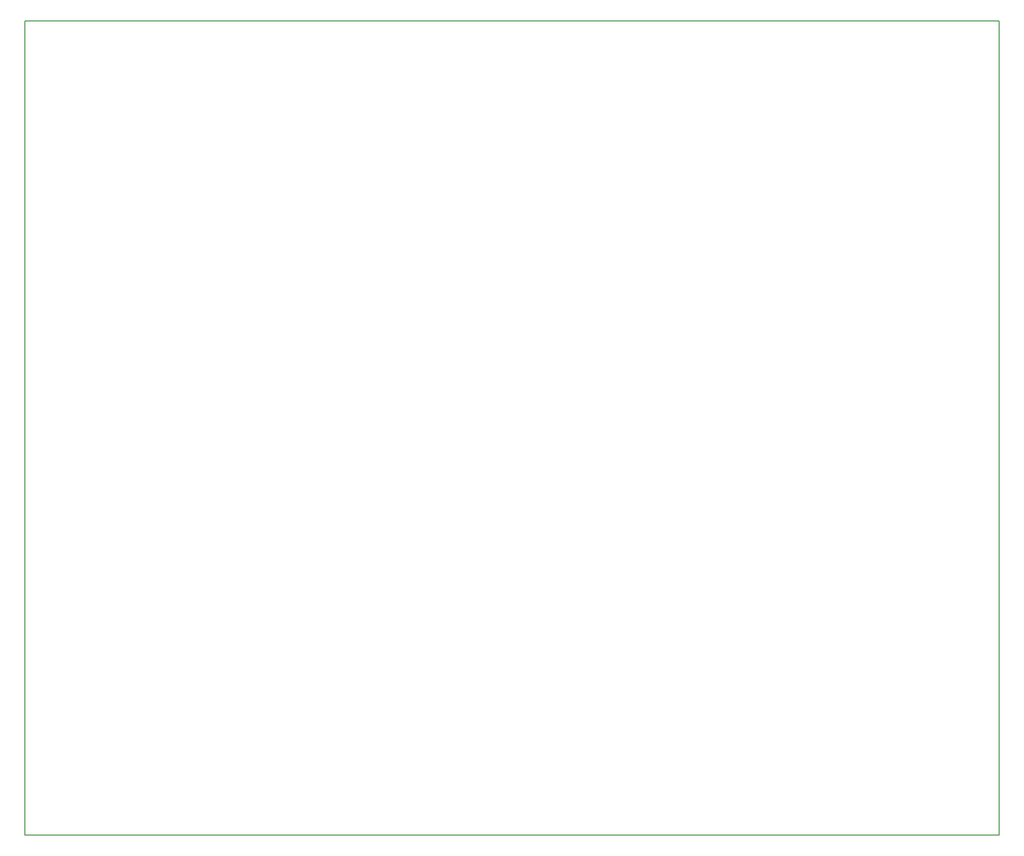
<source format=gko>
%FSLAX34Y34*%
G04 Gerber Fmt 3.4, Leading zero omitted, Abs format*
G04 (created by PCBNEW (2014-03-19 BZR 4756)-product) date Mon 28 Jul 2014 16:50:15 BRT*
%MOIN*%
G01*
G70*
G90*
G04 APERTURE LIST*
%ADD10C,0.006000*%
G04 APERTURE END LIST*
G54D10*
X0Y0D02*
X0Y-55708D01*
X66614Y0D02*
X0Y0D01*
X66614Y-55708D02*
X66614Y0D01*
X0Y-55708D02*
X66614Y-55708D01*
M02*

</source>
